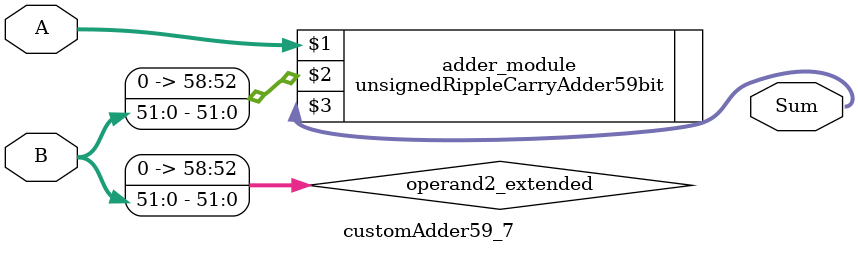
<source format=v>
module customAdder59_7(
                        input [58 : 0] A,
                        input [51 : 0] B,
                        
                        output [59 : 0] Sum
                );

        wire [58 : 0] operand2_extended;
        
        assign operand2_extended =  {7'b0, B};
        
        unsignedRippleCarryAdder59bit adder_module(
            A,
            operand2_extended,
            Sum
        );
        
        endmodule
        
</source>
